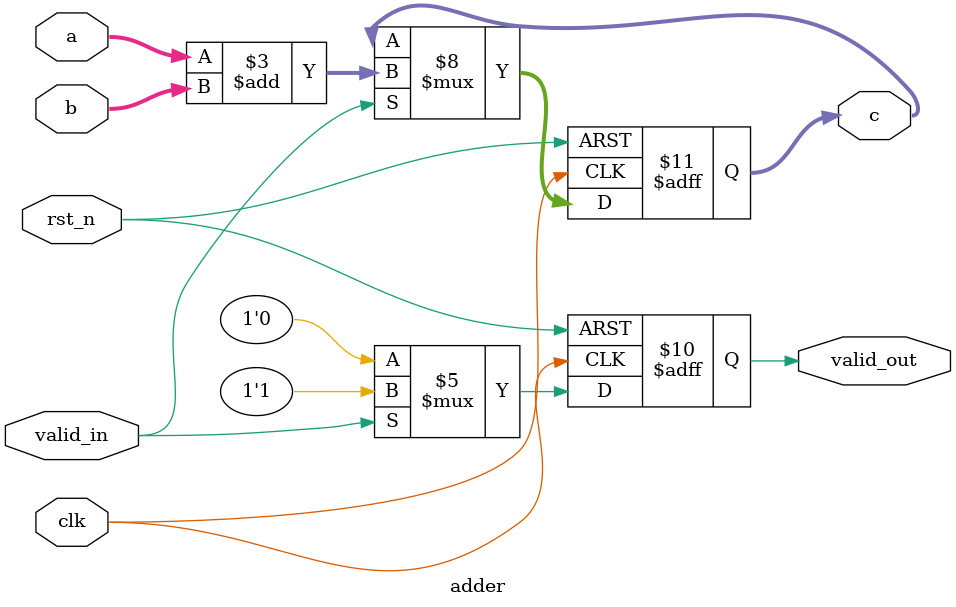
<source format=sv>
module adder(
    input  logic       clk,
    input  logic       rst_n,
    input  logic       valid_in,
    input  logic[7:0]  a,
    input  logic[7:0]  b,
    output logic       valid_out,
    output logic[8:0]  c
);

    always @(posedge clk or negedge rst_n) begin
        if (!rst_n) begin
            valid_out <= 1'b0;
            c         <= '0;
        end
        else begin
            if (valid_in) begin
                valid_out <= 1'b1;
                c         <= a + b;
            end
            else begin
                valid_out <= 1'b0;
            end
        end
    end

endmodule : adder

</source>
